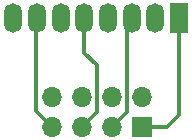
<source format=gbr>
%TF.GenerationSoftware,KiCad,Pcbnew,9.0.0*%
%TF.CreationDate,2025-03-11T10:13:07-07:00*%
%TF.ProjectId,360LPNeckfromBodyWithPinHeaders,3336304c-504e-4656-936b-66726f6d426f,rev?*%
%TF.SameCoordinates,Original*%
%TF.FileFunction,Copper,L1,Top*%
%TF.FilePolarity,Positive*%
%FSLAX46Y46*%
G04 Gerber Fmt 4.6, Leading zero omitted, Abs format (unit mm)*
G04 Created by KiCad (PCBNEW 9.0.0) date 2025-03-11 10:13:07*
%MOMM*%
%LPD*%
G01*
G04 APERTURE LIST*
%TA.AperFunction,ComponentPad*%
%ADD10R,1.500000X2.500000*%
%TD*%
%TA.AperFunction,ComponentPad*%
%ADD11O,1.500000X2.500000*%
%TD*%
%TA.AperFunction,ComponentPad*%
%ADD12R,1.700000X1.700000*%
%TD*%
%TA.AperFunction,ComponentPad*%
%ADD13O,1.700000X1.700000*%
%TD*%
%TA.AperFunction,Conductor*%
%ADD14C,0.350000*%
%TD*%
G04 APERTURE END LIST*
D10*
%TO.P,J1,1,Pin_1*%
%TO.N,Net-(J1-Pin_1)*%
X39500000Y-21100000D03*
D11*
%TO.P,J1,2,Pin_2*%
%TO.N,Net-(J1-Pin_2)*%
X37500000Y-21100000D03*
%TO.P,J1,3,Pin_3*%
%TO.N,Net-(J1-Pin_3)*%
X35500000Y-21100000D03*
%TO.P,J1,4,Pin_4*%
%TO.N,Net-(J1-Pin_4)*%
X33500000Y-21100000D03*
%TO.P,J1,5,Pin_5*%
%TO.N,Net-(J1-Pin_5)*%
X31500000Y-21100000D03*
%TO.P,J1,6,Pin_6*%
%TO.N,Net-(J1-Pin_6)*%
X29500000Y-21100000D03*
%TO.P,J1,7,Pin_7*%
%TO.N,Net-(J1-Pin_7)*%
X27500000Y-21100000D03*
%TO.P,J1,8,Pin_8*%
%TO.N,Net-(J1-Pin_8)*%
X25500000Y-21100000D03*
%TD*%
D12*
%TO.P,J2,1,Pin_1*%
%TO.N,Net-(J1-Pin_1)*%
X36350000Y-30325000D03*
D13*
%TO.P,J2,2,Pin_2*%
%TO.N,Net-(J1-Pin_2)*%
X36350000Y-27785000D03*
%TO.P,J2,3,Pin_3*%
%TO.N,Net-(J1-Pin_3)*%
X33810000Y-30325000D03*
%TO.P,J2,4,Pin_4*%
%TO.N,Net-(J1-Pin_4)*%
X33810000Y-27785000D03*
%TO.P,J2,5,Pin_5*%
%TO.N,Net-(J1-Pin_5)*%
X31270000Y-30325000D03*
%TO.P,J2,6,Pin_6*%
%TO.N,Net-(J1-Pin_6)*%
X31270000Y-27785000D03*
%TO.P,J2,7,Pin_7*%
%TO.N,Net-(J1-Pin_7)*%
X28730000Y-30325000D03*
%TO.P,J2,8,Pin_8*%
%TO.N,Net-(J1-Pin_8)*%
X28730000Y-27785000D03*
%TD*%
D14*
%TO.N,Net-(J1-Pin_5)*%
X32540000Y-25140000D02*
X32540000Y-29055000D01*
X32540000Y-29055000D02*
X31270000Y-30325000D01*
X31500000Y-24100000D02*
X32540000Y-25140000D01*
X31500000Y-21100000D02*
X31500000Y-24100000D01*
%TO.N,Net-(J1-Pin_1)*%
X38525000Y-30325000D02*
X36350000Y-30325000D01*
X39500000Y-21100000D02*
X39500000Y-29350000D01*
X39500000Y-29350000D02*
X38525000Y-30325000D01*
%TO.N,Net-(J1-Pin_3)*%
X35080000Y-29055000D02*
X33810000Y-30325000D01*
X35500000Y-21100000D02*
X35080000Y-21520000D01*
X35080000Y-21520000D02*
X35080000Y-29055000D01*
%TO.N,Net-(J1-Pin_7)*%
X27420000Y-21180000D02*
X27420000Y-29015000D01*
X27500000Y-21100000D02*
X27420000Y-21180000D01*
X27420000Y-29015000D02*
X28730000Y-30325000D01*
%TD*%
M02*

</source>
